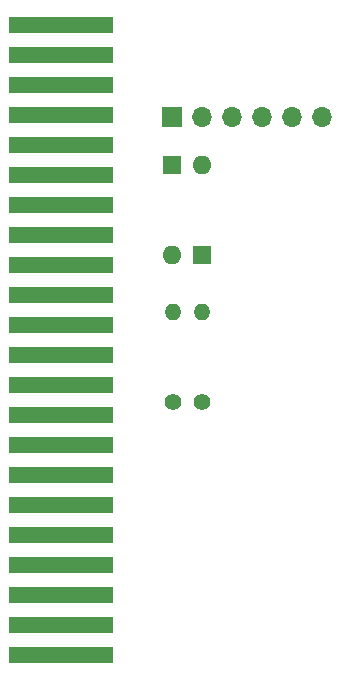
<source format=gts>
G04 #@! TF.GenerationSoftware,KiCad,Pcbnew,7.0.8*
G04 #@! TF.CreationDate,2023-12-01T23:48:08-08:00*
G04 #@! TF.ProjectId,COMiX-Edge-Adapter-Slim,434f4d69-582d-4456-9467-652d41646170,rev?*
G04 #@! TF.SameCoordinates,Original*
G04 #@! TF.FileFunction,Soldermask,Top*
G04 #@! TF.FilePolarity,Negative*
%FSLAX46Y46*%
G04 Gerber Fmt 4.6, Leading zero omitted, Abs format (unit mm)*
G04 Created by KiCad (PCBNEW 7.0.8) date 2023-12-01 23:48:08*
%MOMM*%
%LPD*%
G01*
G04 APERTURE LIST*
%ADD10C,1.400000*%
%ADD11O,1.400000X1.400000*%
%ADD12R,1.600000X1.600000*%
%ADD13O,1.600000X1.600000*%
%ADD14R,1.700000X1.700000*%
%ADD15O,1.700000X1.700000*%
%ADD16R,8.890000X1.397000*%
G04 APERTURE END LIST*
D10*
X216357200Y-123139200D03*
D11*
X216357200Y-115519200D03*
D10*
X218846400Y-123164600D03*
D11*
X218846400Y-115544600D03*
D12*
X218871800Y-110693200D03*
D13*
X218871800Y-103073200D03*
D14*
X216300000Y-99000000D03*
D15*
X218840000Y-99000000D03*
X221380000Y-99000000D03*
X223920000Y-99000000D03*
X226460000Y-99000000D03*
X229000000Y-99000000D03*
D12*
X216331800Y-103073200D03*
D13*
X216331800Y-110693200D03*
D16*
X206883000Y-91186000D03*
X206883000Y-93726000D03*
X206883000Y-96266000D03*
X206883000Y-98806000D03*
X206883000Y-101346000D03*
X206883000Y-103886000D03*
X206883000Y-106426000D03*
X206883000Y-108966000D03*
X206883000Y-111506000D03*
X206883000Y-114046000D03*
X206883000Y-116586000D03*
X206883000Y-119126000D03*
X206883000Y-121666000D03*
X206883000Y-124206000D03*
X206883000Y-126746000D03*
X206883000Y-129286000D03*
X206883000Y-131826000D03*
X206883000Y-134366000D03*
X206883000Y-136906000D03*
X206883000Y-139446000D03*
X206883000Y-141986000D03*
X206883000Y-144526000D03*
M02*

</source>
